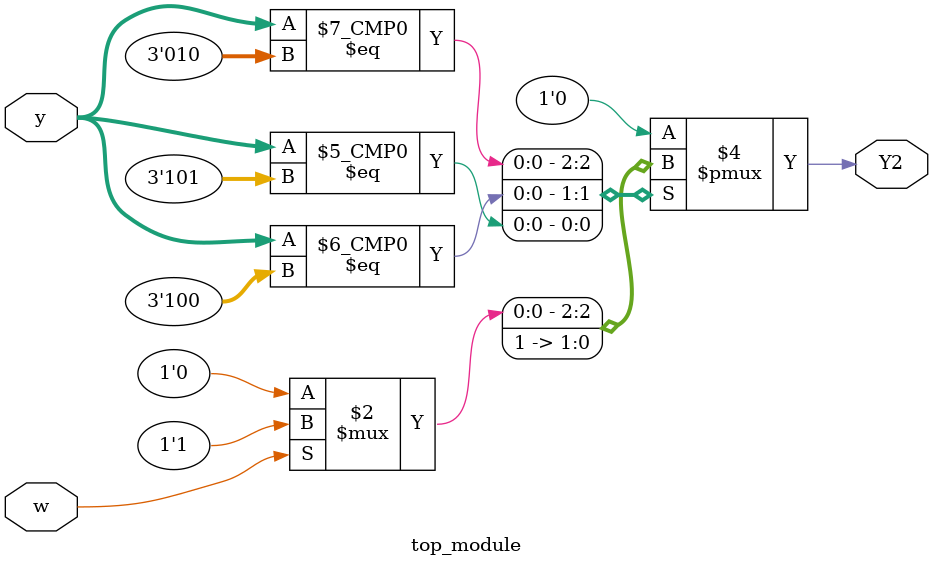
<source format=sv>
module top_module(
    input [3:1] y,
    input w,
    output reg Y2);

    always @(*) begin
        case (y)
            3'b000: Y2 = 1'b0;             // A
            3'b001: Y2 = 1'b0;             // B
            3'b010: Y2 = w ? 1'b1 : 1'b0;  // C
            3'b011: Y2 = 1'b0;             // D
            3'b100: Y2 = 1'b1;             // E
            3'b101: Y2 = 1'b1;             // F
            default: Y2 = 1'b0;            // Safety default
        endcase
    end
endmodule

</source>
